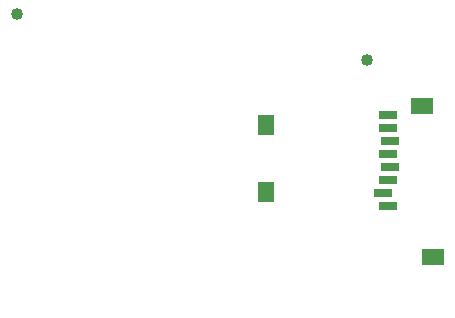
<source format=gbp>
%FSTAX23Y23*%
%MOMM*%
%SFA1B1*%

%IPPOS*%
%AMD12*
4,1,8,0.000000,0.508000,0.000000,0.508000,-0.508000,0.000000,-0.508000,0.000000,0.000000,-0.508000,0.000000,-0.508000,0.508000,0.000000,0.508000,0.000000,0.000000,0.508000,0.0*
1,1,1.016000,0.000000,0.000000*
1,1,1.016000,0.000000,0.000000*
1,1,1.016000,0.000000,0.000000*
1,1,1.016000,0.000000,0.000000*
%
G04~CAMADD=12~8~0.0~0.0~400.0~400.0~200.0~0.0~15~0.0~0.0~0.0~0.0~0~0.0~0.0~0.0~0.0~0~0.0~0.0~0.0~0.0~400.0~400.0*
%ADD12D12*%
%ADD42R,1.399997X1.799996*%
%ADD43R,1.399997X1.799996*%
%ADD44R,1.899996X1.399997*%
%ADD45R,1.499997X0.799998*%
%ADD82C,0.010000*%
%LNdatapcb-1*%
%LPD*%
G54D12*
X-3637Y-0247D03*
X-06738Y-06364D03*
G54D42*
X-15255Y-17566D03*
G54D43*
X-15255Y-11866D03*
G54D44*
X-02105Y-10266D03*
X-01105Y-23066D03*
G54D45*
X-04955Y-11056D03*
Y-12156D03*
X-04755Y-13256D03*
X-04955Y-14356D03*
X-04755Y-15456D03*
X-04955Y-16556D03*
X-05355Y-17656D03*
X-04955Y-18756D03*
G54D82*
X-34352Y-26211D03*
X-33082D03*
X-34352Y-27481D03*
X-33082D03*
X-29272D03*
Y-26211D03*
X-30542Y-27481D03*
Y-26211D03*
X-31892Y-27481D03*
X-31812Y-26211D03*
X-21299Y-26184D03*
X-20029D03*
X-21299Y-27454D03*
X-20029D03*
X-16219D03*
Y-26184D03*
X-17489Y-27454D03*
Y-26184D03*
X-18839Y-27454D03*
X-18759Y-26184D03*
X-08357Y-26324D03*
X-07087D03*
X-08357Y-27594D03*
X-07087D03*
X-03277D03*
Y-26324D03*
X-04547Y-27594D03*
Y-26324D03*
X-05897Y-27594D03*
X-05817Y-26324D03*
X-21703Y-07994D03*
X-21623Y-06724D03*
X-22973Y-07994D03*
Y-06724D03*
X-24243Y-07994D03*
Y-06724D03*
X-20433D03*
X-19163D03*
X-20433Y-07994D03*
X-19163D03*
M02*
</source>
